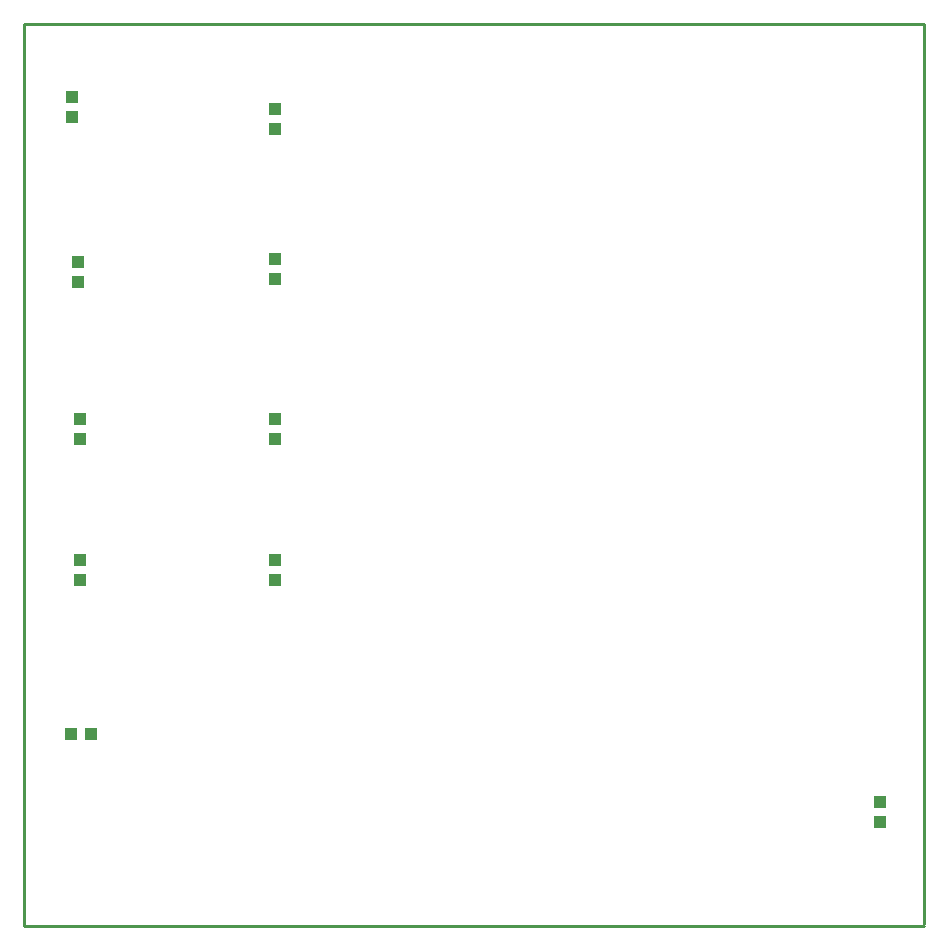
<source format=gtp>
G04*
G04 #@! TF.GenerationSoftware,Altium Limited,Altium Designer,20.2.6 (244)*
G04*
G04 Layer_Color=8421504*
%FSLAX24Y24*%
%MOIN*%
G70*
G04*
G04 #@! TF.SameCoordinates,77C3D9E4-3DCC-4DBA-A965-D733CA2DE3AA*
G04*
G04*
G04 #@! TF.FilePolarity,Positive*
G04*
G01*
G75*
%ADD10C,0.0100*%
%ADD14R,0.0394X0.0433*%
%ADD15R,0.0433X0.0394*%
D10*
X10050Y49850D02*
X40050D01*
X10050Y19800D02*
Y49850D01*
X10050Y19800D02*
X40050D01*
X40050Y49850D02*
X40050Y19850D01*
D14*
X38570Y23265D02*
D03*
Y23935D02*
D03*
X18400Y31985D02*
D03*
Y31315D02*
D03*
X11900Y31985D02*
D03*
Y31315D02*
D03*
X18400Y36685D02*
D03*
Y36015D02*
D03*
X11900Y36685D02*
D03*
Y36015D02*
D03*
X18400Y42035D02*
D03*
Y41365D02*
D03*
Y47035D02*
D03*
Y46365D02*
D03*
X11850Y41935D02*
D03*
Y41265D02*
D03*
X11650Y47435D02*
D03*
Y46765D02*
D03*
D15*
X12285Y26180D02*
D03*
X11615D02*
D03*
M02*

</source>
